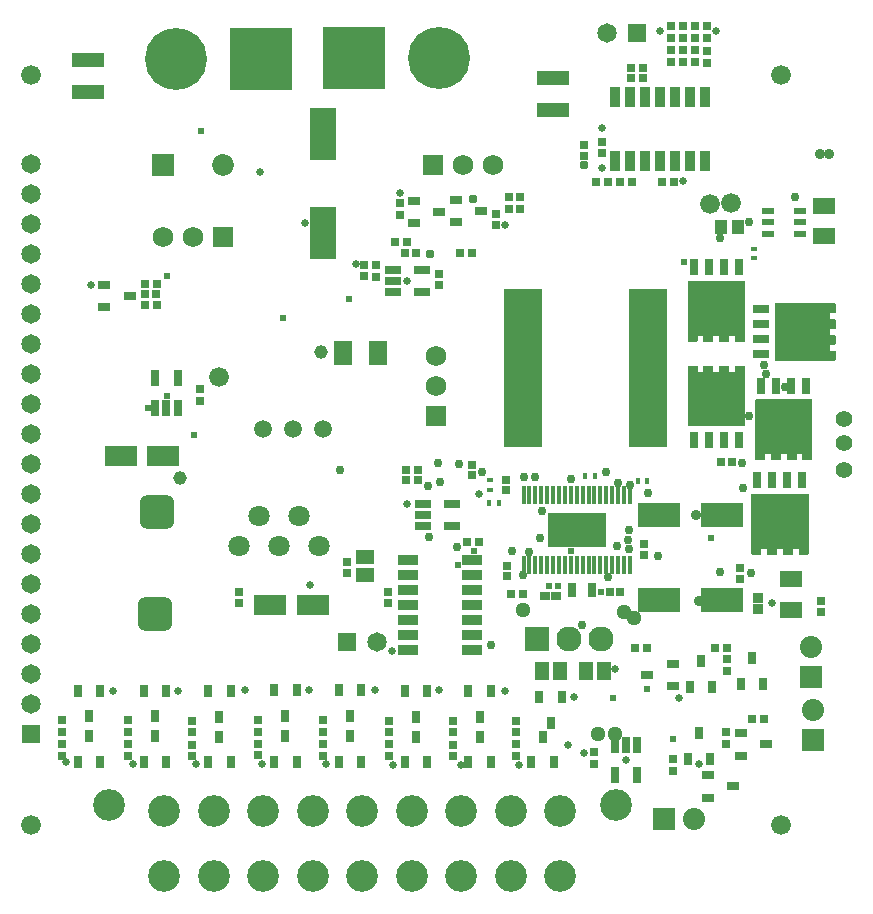
<source format=gts>
G04*
G04 #@! TF.GenerationSoftware,Altium Limited,Altium Designer,19.1.9 (167)*
G04*
G04 Layer_Color=8388736*
%FSLAX25Y25*%
%MOIN*%
G70*
G01*
G75*
%ADD25R,0.04000X0.02200*%
%ADD29R,0.01968X0.01575*%
%ADD45R,0.01575X0.01968*%
%ADD53R,0.13110X0.52559*%
%ADD54R,0.09055X0.17520*%
G04:AMPARAMS|DCode=55|XSize=116.14mil|YSize=116.14mil|CornerRadius=30.51mil|HoleSize=0mil|Usage=FLASHONLY|Rotation=90.000|XOffset=0mil|YOffset=0mil|HoleType=Round|Shape=RoundedRectangle|*
%AMROUNDEDRECTD55*
21,1,0.11614,0.05512,0,0,90.0*
21,1,0.05512,0.11614,0,0,90.0*
1,1,0.06102,0.02756,0.02756*
1,1,0.06102,0.02756,-0.02756*
1,1,0.06102,-0.02756,-0.02756*
1,1,0.06102,-0.02756,0.02756*
%
%ADD55ROUNDEDRECTD55*%
%ADD56R,0.01772X0.06299*%
%ADD57R,0.19291X0.11378*%
%ADD58R,0.14370X0.07874*%
%ADD59R,0.02756X0.02953*%
%ADD60R,0.03150X0.05315*%
%ADD61R,0.05315X0.03150*%
%ADD62R,0.02953X0.02559*%
%ADD63R,0.02559X0.02953*%
%ADD64R,0.07480X0.05315*%
%ADD65R,0.02953X0.02756*%
%ADD66R,0.02756X0.02756*%
%ADD67R,0.02756X0.02756*%
%ADD68R,0.06594X0.03347*%
%ADD69R,0.02953X0.03937*%
%ADD70R,0.02953X0.05315*%
%ADD71R,0.05315X0.02953*%
%ADD72R,0.06496X0.08071*%
%ADD73R,0.04331X0.04724*%
%ADD74R,0.03425X0.03583*%
%ADD75R,0.03189X0.03032*%
%ADD76R,0.03150X0.04724*%
%ADD77R,0.03937X0.02953*%
%ADD78R,0.10827X0.04921*%
%ADD79R,0.10827X0.06890*%
%ADD80R,0.06102X0.04921*%
%ADD81R,0.04921X0.06102*%
%ADD82R,0.03347X0.06594*%
%ADD83C,0.05906*%
%ADD84C,0.07087*%
%ADD85C,0.10591*%
%ADD86C,0.20669*%
%ADD87R,0.20669X0.20669*%
%ADD88C,0.07382*%
%ADD89R,0.07382X0.07382*%
%ADD90R,0.07382X0.07382*%
%ADD91C,0.06496*%
%ADD92R,0.06496X0.06496*%
%ADD93R,0.06496X0.06496*%
%ADD94C,0.06591*%
%ADD95C,0.06890*%
%ADD96R,0.06890X0.06890*%
%ADD97C,0.06890*%
%ADD98R,0.06890X0.06890*%
%ADD99R,0.07284X0.07284*%
%ADD100C,0.07284*%
%ADD101C,0.08386*%
%ADD102R,0.08386X0.08386*%
%ADD103C,0.02591*%
%ADD104C,0.05591*%
%ADD105C,0.02953*%
%ADD106C,0.03091*%
%ADD107C,0.02391*%
%ADD108C,0.05091*%
%ADD109C,0.02559*%
%ADD110C,0.02371*%
%ADD111C,0.03591*%
%ADD112C,0.04591*%
G36*
X262798Y206493D02*
X262843Y206483D01*
X262886Y206465D01*
X262926Y206440D01*
X262961Y206410D01*
X262992Y206375D01*
X263016Y206335D01*
X263034Y206292D01*
X263045Y206247D01*
X263048Y206201D01*
Y188484D01*
Y186516D01*
X263045Y186469D01*
X263034Y186424D01*
X263016Y186381D01*
X262992Y186342D01*
X262961Y186306D01*
X262926Y186276D01*
X262886Y186252D01*
X262843Y186234D01*
X262798Y186223D01*
X262752Y186220D01*
X259996D01*
X259950Y186223D01*
X259905Y186234D01*
X259862Y186252D01*
X259822Y186276D01*
X259787Y186306D01*
X259756Y186342D01*
X259732Y186381D01*
X259714Y186424D01*
X259703Y186469D01*
X259700Y186516D01*
Y188188D01*
X257792D01*
Y186516D01*
X257789Y186469D01*
X257778Y186424D01*
X257760Y186381D01*
X257736Y186342D01*
X257705Y186306D01*
X257670Y186276D01*
X257630Y186252D01*
X257588Y186234D01*
X257542Y186223D01*
X257496Y186220D01*
X254740D01*
X254694Y186223D01*
X254649Y186234D01*
X254606Y186252D01*
X254566Y186276D01*
X254531Y186306D01*
X254501Y186342D01*
X254476Y186381D01*
X254458Y186424D01*
X254448Y186469D01*
X254444Y186516D01*
Y188188D01*
X252556D01*
Y186516D01*
X252552Y186469D01*
X252541Y186424D01*
X252524Y186381D01*
X252500Y186342D01*
X252469Y186306D01*
X252434Y186276D01*
X252394Y186252D01*
X252351Y186234D01*
X252306Y186223D01*
X252260Y186220D01*
X249504D01*
X249458Y186223D01*
X249412Y186234D01*
X249370Y186252D01*
X249330Y186276D01*
X249294Y186306D01*
X249264Y186342D01*
X249240Y186381D01*
X249222Y186424D01*
X249211Y186469D01*
X249208Y186516D01*
Y188188D01*
X247300D01*
Y186516D01*
X247297Y186469D01*
X247286Y186424D01*
X247268Y186381D01*
X247244Y186342D01*
X247213Y186306D01*
X247178Y186276D01*
X247138Y186252D01*
X247095Y186234D01*
X247050Y186223D01*
X247004Y186220D01*
X244248D01*
X244202Y186223D01*
X244157Y186234D01*
X244114Y186252D01*
X244074Y186276D01*
X244039Y186306D01*
X244008Y186342D01*
X243984Y186381D01*
X243966Y186424D01*
X243955Y186469D01*
X243952Y186516D01*
Y188484D01*
Y206201D01*
X243955Y206247D01*
X243966Y206292D01*
X243984Y206335D01*
X244008Y206375D01*
X244039Y206410D01*
X244074Y206440D01*
X244114Y206465D01*
X244157Y206483D01*
X244202Y206493D01*
X244248Y206497D01*
X262752D01*
X262798Y206493D01*
D02*
G37*
G36*
X293031Y199045D02*
X293076Y199034D01*
X293119Y199016D01*
X293158Y198992D01*
X293194Y198961D01*
X293224Y198926D01*
X293248Y198886D01*
X293266Y198844D01*
X293277Y198798D01*
X293280Y198752D01*
Y195996D01*
X293277Y195950D01*
X293266Y195905D01*
X293248Y195862D01*
X293224Y195822D01*
X293194Y195787D01*
X293158Y195756D01*
X293119Y195732D01*
X293076Y195714D01*
X293031Y195703D01*
X292984Y195700D01*
X291312D01*
Y193792D01*
X292984D01*
X293031Y193789D01*
X293076Y193778D01*
X293119Y193760D01*
X293158Y193736D01*
X293194Y193705D01*
X293224Y193670D01*
X293248Y193631D01*
X293266Y193588D01*
X293277Y193542D01*
X293280Y193496D01*
Y190740D01*
X293277Y190694D01*
X293266Y190649D01*
X293248Y190606D01*
X293224Y190566D01*
X293194Y190531D01*
X293158Y190500D01*
X293119Y190476D01*
X293076Y190459D01*
X293031Y190448D01*
X292984Y190444D01*
X291312D01*
Y188556D01*
X292984D01*
X293031Y188552D01*
X293076Y188541D01*
X293119Y188524D01*
X293158Y188499D01*
X293194Y188469D01*
X293224Y188434D01*
X293248Y188394D01*
X293266Y188351D01*
X293277Y188306D01*
X293280Y188260D01*
Y185504D01*
X293277Y185458D01*
X293266Y185412D01*
X293248Y185370D01*
X293224Y185330D01*
X293194Y185294D01*
X293158Y185264D01*
X293119Y185240D01*
X293076Y185222D01*
X293031Y185211D01*
X292984Y185208D01*
X291312D01*
Y183300D01*
X292984D01*
X293031Y183297D01*
X293076Y183286D01*
X293119Y183268D01*
X293158Y183244D01*
X293194Y183213D01*
X293224Y183178D01*
X293248Y183138D01*
X293266Y183096D01*
X293277Y183050D01*
X293280Y183004D01*
Y180248D01*
X293277Y180202D01*
X293266Y180157D01*
X293248Y180114D01*
X293224Y180074D01*
X293194Y180039D01*
X293158Y180008D01*
X293119Y179984D01*
X293076Y179966D01*
X293031Y179955D01*
X292984Y179952D01*
X273299D01*
X273253Y179955D01*
X273208Y179966D01*
X273165Y179984D01*
X273125Y180008D01*
X273090Y180039D01*
X273060Y180074D01*
X273035Y180114D01*
X273018Y180157D01*
X273007Y180202D01*
X273003Y180248D01*
Y198752D01*
X273007Y198798D01*
X273018Y198844D01*
X273035Y198886D01*
X273060Y198926D01*
X273090Y198961D01*
X273125Y198992D01*
X273165Y199016D01*
X273208Y199034D01*
X273253Y199045D01*
X273299Y199048D01*
X292984D01*
X293031Y199045D01*
D02*
G37*
G36*
X262798Y178277D02*
X262843Y178266D01*
X262886Y178248D01*
X262926Y178224D01*
X262961Y178194D01*
X262992Y178158D01*
X263016Y178119D01*
X263034Y178076D01*
X263045Y178031D01*
X263048Y177984D01*
Y176016D01*
Y158299D01*
X263045Y158253D01*
X263034Y158208D01*
X263016Y158165D01*
X262992Y158125D01*
X262961Y158090D01*
X262926Y158060D01*
X262886Y158035D01*
X262843Y158018D01*
X262798Y158007D01*
X262752Y158003D01*
X244248D01*
X244202Y158007D01*
X244157Y158018D01*
X244114Y158035D01*
X244074Y158060D01*
X244039Y158090D01*
X244008Y158125D01*
X243984Y158165D01*
X243966Y158208D01*
X243955Y158253D01*
X243952Y158299D01*
Y176016D01*
D01*
Y177984D01*
X243955Y178031D01*
X243966Y178076D01*
X243984Y178119D01*
X244008Y178158D01*
X244039Y178194D01*
X244074Y178224D01*
X244114Y178248D01*
X244157Y178266D01*
X244202Y178277D01*
X244248Y178280D01*
X247004D01*
X247050Y178277D01*
X247095Y178266D01*
X247138Y178248D01*
X247178Y178224D01*
X247213Y178194D01*
X247244Y178158D01*
X247268Y178119D01*
X247286Y178076D01*
X247297Y178031D01*
X247300Y177984D01*
Y176312D01*
X249208D01*
Y177984D01*
X249211Y178031D01*
X249222Y178076D01*
X249240Y178119D01*
X249264Y178158D01*
X249294Y178194D01*
X249330Y178224D01*
X249370Y178248D01*
X249412Y178266D01*
X249458Y178277D01*
X249504Y178280D01*
X252260D01*
X252306Y178277D01*
X252351Y178266D01*
X252394Y178248D01*
X252434Y178224D01*
X252469Y178194D01*
X252500Y178158D01*
X252524Y178119D01*
X252541Y178076D01*
X252552Y178031D01*
X252556Y177984D01*
Y176312D01*
X254444D01*
Y177984D01*
X254448Y178031D01*
X254458Y178076D01*
X254476Y178119D01*
X254501Y178158D01*
X254531Y178194D01*
X254566Y178224D01*
X254606Y178248D01*
X254649Y178266D01*
X254694Y178277D01*
X254740Y178280D01*
X257496D01*
X257542Y178277D01*
X257588Y178266D01*
X257630Y178248D01*
X257670Y178224D01*
X257705Y178194D01*
X257736Y178158D01*
X257760Y178119D01*
X257778Y178076D01*
X257789Y178031D01*
X257792Y177984D01*
Y176312D01*
X259700D01*
Y177984D01*
X259703Y178031D01*
X259714Y178076D01*
X259732Y178119D01*
X259756Y178158D01*
X259787Y178194D01*
X259822Y178224D01*
X259862Y178248D01*
X259905Y178266D01*
X259950Y178277D01*
X259996Y178280D01*
X262752D01*
X262798Y178277D01*
D02*
G37*
G36*
X285298Y167029D02*
X285344Y167018D01*
X285386Y167000D01*
X285426Y166976D01*
X285461Y166946D01*
X285492Y166910D01*
X285516Y166871D01*
X285534Y166828D01*
X285544Y166782D01*
X285548Y166736D01*
Y149020D01*
Y147051D01*
X285544Y147005D01*
X285534Y146960D01*
X285516Y146917D01*
X285492Y146877D01*
X285461Y146842D01*
X285426Y146812D01*
X285386Y146787D01*
X285344Y146769D01*
X285298Y146759D01*
X285252Y146755D01*
X282496D01*
X282450Y146759D01*
X282404Y146769D01*
X282362Y146787D01*
X282322Y146812D01*
X282287Y146842D01*
X282256Y146877D01*
X282232Y146917D01*
X282214Y146960D01*
X282204Y147005D01*
X282200Y147051D01*
Y148723D01*
X280292D01*
Y147051D01*
X280289Y147005D01*
X280278Y146960D01*
X280260Y146917D01*
X280236Y146877D01*
X280205Y146842D01*
X280170Y146812D01*
X280131Y146787D01*
X280088Y146769D01*
X280042Y146759D01*
X279996Y146755D01*
X277240D01*
X277194Y146759D01*
X277149Y146769D01*
X277106Y146787D01*
X277066Y146812D01*
X277031Y146842D01*
X277000Y146877D01*
X276976Y146917D01*
X276958Y146960D01*
X276948Y147005D01*
X276944Y147051D01*
Y148723D01*
X275056D01*
Y147051D01*
X275052Y147005D01*
X275042Y146960D01*
X275024Y146917D01*
X274999Y146877D01*
X274969Y146842D01*
X274934Y146812D01*
X274894Y146787D01*
X274851Y146769D01*
X274806Y146759D01*
X274760Y146755D01*
X272004D01*
X271958Y146759D01*
X271912Y146769D01*
X271869Y146787D01*
X271830Y146812D01*
X271795Y146842D01*
X271764Y146877D01*
X271740Y146917D01*
X271722Y146960D01*
X271711Y147005D01*
X271708Y147051D01*
Y148723D01*
X269800D01*
Y147051D01*
X269796Y147005D01*
X269786Y146960D01*
X269768Y146917D01*
X269744Y146877D01*
X269713Y146842D01*
X269678Y146812D01*
X269638Y146787D01*
X269596Y146769D01*
X269550Y146759D01*
X269504Y146755D01*
X266748D01*
X266702Y146759D01*
X266656Y146769D01*
X266614Y146787D01*
X266574Y146812D01*
X266539Y146842D01*
X266508Y146877D01*
X266484Y146917D01*
X266466Y146960D01*
X266456Y147005D01*
X266452Y147051D01*
Y149020D01*
Y166736D01*
X266456Y166782D01*
X266466Y166828D01*
X266484Y166871D01*
X266508Y166910D01*
X266539Y166946D01*
X266574Y166976D01*
X266614Y167000D01*
X266656Y167018D01*
X266702Y167029D01*
X266748Y167032D01*
X285252D01*
X285298Y167029D01*
D02*
G37*
G36*
X284038Y135545D02*
X284084Y135534D01*
X284127Y135516D01*
X284166Y135492D01*
X284202Y135461D01*
X284232Y135426D01*
X284256Y135386D01*
X284274Y135344D01*
X284285Y135298D01*
X284288Y135252D01*
Y117535D01*
Y115567D01*
X284285Y115521D01*
X284274Y115475D01*
X284256Y115433D01*
X284232Y115393D01*
X284202Y115357D01*
X284166Y115327D01*
X284127Y115303D01*
X284084Y115285D01*
X284038Y115274D01*
X283992Y115271D01*
X281236D01*
X281190Y115274D01*
X281145Y115285D01*
X281102Y115303D01*
X281062Y115327D01*
X281027Y115357D01*
X280997Y115393D01*
X280972Y115433D01*
X280955Y115475D01*
X280944Y115521D01*
X280940Y115567D01*
Y117239D01*
X279032D01*
Y115567D01*
X279029Y115521D01*
X279018Y115475D01*
X279000Y115433D01*
X278976Y115393D01*
X278946Y115357D01*
X278910Y115327D01*
X278871Y115303D01*
X278828Y115285D01*
X278783Y115274D01*
X278736Y115271D01*
X275980D01*
X275934Y115274D01*
X275889Y115285D01*
X275846Y115303D01*
X275806Y115327D01*
X275771Y115357D01*
X275741Y115393D01*
X275716Y115433D01*
X275699Y115475D01*
X275688Y115521D01*
X275684Y115567D01*
Y117239D01*
X273796D01*
Y115567D01*
X273793Y115521D01*
X273782Y115475D01*
X273764Y115433D01*
X273740Y115393D01*
X273709Y115357D01*
X273674Y115327D01*
X273635Y115303D01*
X273591Y115285D01*
X273546Y115274D01*
X273500Y115271D01*
X270744D01*
X270698Y115274D01*
X270653Y115285D01*
X270610Y115303D01*
X270570Y115327D01*
X270535Y115357D01*
X270504Y115393D01*
X270480Y115433D01*
X270462Y115475D01*
X270452Y115521D01*
X270448Y115567D01*
Y117239D01*
X268540D01*
Y115567D01*
X268537Y115521D01*
X268526Y115475D01*
X268508Y115433D01*
X268484Y115393D01*
X268454Y115357D01*
X268418Y115327D01*
X268379Y115303D01*
X268336Y115285D01*
X268290Y115274D01*
X268244Y115271D01*
X265488D01*
X265442Y115274D01*
X265397Y115285D01*
X265354Y115303D01*
X265314Y115327D01*
X265279Y115357D01*
X265249Y115393D01*
X265224Y115433D01*
X265207Y115475D01*
X265196Y115521D01*
X265192Y115567D01*
Y117535D01*
Y135252D01*
X265196Y135298D01*
X265207Y135344D01*
X265224Y135386D01*
X265249Y135426D01*
X265279Y135461D01*
X265314Y135492D01*
X265354Y135516D01*
X265397Y135534D01*
X265442Y135545D01*
X265488Y135548D01*
X283992D01*
X284038Y135545D01*
D02*
G37*
D25*
X270650Y229740D02*
D03*
Y226000D02*
D03*
Y222260D02*
D03*
X281350D02*
D03*
Y226000D02*
D03*
Y229740D02*
D03*
D29*
X266000Y217185D02*
D03*
Y214035D02*
D03*
X178000Y136925D02*
D03*
Y140075D02*
D03*
D45*
X213075Y141500D02*
D03*
X209925D02*
D03*
X230575Y139872D02*
D03*
X227425D02*
D03*
X177925Y132500D02*
D03*
X181075D02*
D03*
D53*
X230913Y177500D02*
D03*
X189181D02*
D03*
D54*
X122500Y255609D02*
D03*
Y222538D02*
D03*
D55*
X66520Y95571D02*
D03*
X67020Y129429D02*
D03*
D56*
X189284Y111984D02*
D03*
X191252D02*
D03*
X193220D02*
D03*
X195189D02*
D03*
X197158D02*
D03*
X199126D02*
D03*
X201095D02*
D03*
X203063D02*
D03*
X205031D02*
D03*
X207000D02*
D03*
X208968D02*
D03*
X210937D02*
D03*
X212906D02*
D03*
X214874D02*
D03*
X216843D02*
D03*
X218811D02*
D03*
X220779D02*
D03*
X222748D02*
D03*
X224716D02*
D03*
Y135016D02*
D03*
X222748D02*
D03*
X220779D02*
D03*
X218811D02*
D03*
X216843D02*
D03*
X214874D02*
D03*
X212906D02*
D03*
X210937D02*
D03*
X208968D02*
D03*
X207000D02*
D03*
X205031D02*
D03*
X203063D02*
D03*
X201095D02*
D03*
X199126D02*
D03*
X197158D02*
D03*
X195189D02*
D03*
X193220D02*
D03*
X191252D02*
D03*
X189284D02*
D03*
D57*
X207000Y123500D02*
D03*
D58*
X255433Y100000D02*
D03*
X234567D02*
D03*
X255433Y128500D02*
D03*
X234567D02*
D03*
D59*
X150000Y140227D02*
D03*
Y143573D02*
D03*
X154100Y143473D02*
D03*
Y140127D02*
D03*
X171968Y145173D02*
D03*
Y141827D02*
D03*
X183500Y136827D02*
D03*
Y140173D02*
D03*
X288500Y99673D02*
D03*
Y96327D02*
D03*
X261500Y107327D02*
D03*
Y110673D02*
D03*
X183860Y108145D02*
D03*
Y111491D02*
D03*
D60*
X283500Y171658D02*
D03*
X278500D02*
D03*
X273500D02*
D03*
X268500D02*
D03*
X268100Y149535D02*
D03*
X273400D02*
D03*
X278600D02*
D03*
X283900D02*
D03*
X282240Y140173D02*
D03*
X277240D02*
D03*
X272240D02*
D03*
X267240D02*
D03*
X266840Y118051D02*
D03*
X272140D02*
D03*
X277340D02*
D03*
X282640D02*
D03*
X246000Y153378D02*
D03*
X251000D02*
D03*
X256000D02*
D03*
X261000D02*
D03*
X261400Y175500D02*
D03*
X256100D02*
D03*
X250900D02*
D03*
X245600D02*
D03*
X261000Y211122D02*
D03*
X256000D02*
D03*
X251000D02*
D03*
X246000D02*
D03*
X245600Y189000D02*
D03*
X250900D02*
D03*
X256100D02*
D03*
X261400D02*
D03*
D61*
X268378Y197000D02*
D03*
Y192000D02*
D03*
Y187000D02*
D03*
Y182000D02*
D03*
X290500Y181600D02*
D03*
Y186900D02*
D03*
Y192100D02*
D03*
Y197400D02*
D03*
D62*
X153578Y215721D02*
D03*
X149641D02*
D03*
X146531Y219500D02*
D03*
X150469D02*
D03*
X66937Y198350D02*
D03*
X63000D02*
D03*
X225031Y277500D02*
D03*
X228969D02*
D03*
X228969Y274000D02*
D03*
X225031D02*
D03*
X265504Y60500D02*
D03*
X269441D02*
D03*
X213531Y239415D02*
D03*
X217469D02*
D03*
X221532Y239469D02*
D03*
X225468D02*
D03*
X235531Y239634D02*
D03*
X239469D02*
D03*
X256941Y84000D02*
D03*
X253004D02*
D03*
X226532Y84000D02*
D03*
X230469D02*
D03*
X185031Y102000D02*
D03*
X188969D02*
D03*
X168032Y215721D02*
D03*
X171968D02*
D03*
X62968Y202000D02*
D03*
X66905D02*
D03*
X63032Y205500D02*
D03*
X66969D02*
D03*
X170551Y119500D02*
D03*
X174488D02*
D03*
D63*
X161232Y205031D02*
D03*
Y208968D02*
D03*
X140000Y211910D02*
D03*
Y207972D02*
D03*
X136114Y208032D02*
D03*
Y211968D02*
D03*
X188100Y234469D02*
D03*
Y230532D02*
D03*
X180000Y228969D02*
D03*
Y225031D02*
D03*
X148000Y228532D02*
D03*
Y232469D02*
D03*
X130500Y109031D02*
D03*
Y112969D02*
D03*
X94500Y99032D02*
D03*
Y102969D02*
D03*
X246500Y291437D02*
D03*
Y287500D02*
D03*
X242500Y291469D02*
D03*
Y287531D02*
D03*
X209500Y251969D02*
D03*
Y248031D02*
D03*
X256754Y52250D02*
D03*
Y56187D02*
D03*
X250500Y291469D02*
D03*
Y287531D02*
D03*
X238400Y291469D02*
D03*
Y287531D02*
D03*
X215547Y252969D02*
D03*
Y249031D02*
D03*
X81417Y166532D02*
D03*
Y170468D02*
D03*
X239002Y47203D02*
D03*
Y43266D02*
D03*
X257004Y76531D02*
D03*
Y80468D02*
D03*
X212709Y49358D02*
D03*
Y45421D02*
D03*
X186624Y48077D02*
D03*
Y52014D02*
D03*
X186624Y56045D02*
D03*
Y59982D02*
D03*
X165624Y48041D02*
D03*
Y51978D02*
D03*
X165624Y56010D02*
D03*
Y59947D02*
D03*
X144364Y48077D02*
D03*
Y52014D02*
D03*
X144364Y56045D02*
D03*
Y59982D02*
D03*
X122364Y48309D02*
D03*
Y52246D02*
D03*
X122364Y56278D02*
D03*
Y60215D02*
D03*
X100864Y48344D02*
D03*
Y52281D02*
D03*
X100864Y56313D02*
D03*
Y60250D02*
D03*
X78864Y48041D02*
D03*
Y51978D02*
D03*
X78864Y56010D02*
D03*
Y59947D02*
D03*
X57364Y48278D02*
D03*
Y52215D02*
D03*
X57364Y56246D02*
D03*
Y60183D02*
D03*
X35364Y48278D02*
D03*
Y52215D02*
D03*
X35364Y56246D02*
D03*
Y60183D02*
D03*
X184600Y234469D02*
D03*
Y230532D02*
D03*
X144150Y99032D02*
D03*
Y102969D02*
D03*
X246500Y283437D02*
D03*
Y279500D02*
D03*
X242500Y283437D02*
D03*
Y279500D02*
D03*
X250500Y283000D02*
D03*
Y279063D02*
D03*
X238500Y283437D02*
D03*
Y279500D02*
D03*
D64*
X289500Y231618D02*
D03*
Y221382D02*
D03*
X278500Y107118D02*
D03*
Y96882D02*
D03*
D65*
X217991Y102938D02*
D03*
X221337D02*
D03*
D66*
X229563Y118772D02*
D03*
Y115228D02*
D03*
D67*
X255232Y146000D02*
D03*
X258776D02*
D03*
D68*
X172177Y83590D02*
D03*
Y88590D02*
D03*
Y93590D02*
D03*
Y98590D02*
D03*
Y103590D02*
D03*
Y108590D02*
D03*
Y113590D02*
D03*
X150823D02*
D03*
Y108590D02*
D03*
Y103590D02*
D03*
Y98590D02*
D03*
Y93590D02*
D03*
Y88590D02*
D03*
Y83590D02*
D03*
D69*
X195624Y54510D02*
D03*
X199364Y46045D02*
D03*
X191884D02*
D03*
X198274Y59263D02*
D03*
X194534Y67728D02*
D03*
X202014D02*
D03*
X174624Y54474D02*
D03*
X178364Y46010D02*
D03*
X170884D02*
D03*
X174624Y61278D02*
D03*
X170884Y69742D02*
D03*
X178364D02*
D03*
X153364Y54510D02*
D03*
X157104Y46045D02*
D03*
X149624D02*
D03*
X153364Y61313D02*
D03*
X149624Y69778D02*
D03*
X157104D02*
D03*
X131364Y54742D02*
D03*
X135104Y46278D02*
D03*
X127624D02*
D03*
X131364Y61545D02*
D03*
X127624Y70010D02*
D03*
X135104D02*
D03*
X109864Y54778D02*
D03*
X113604Y46313D02*
D03*
X106124D02*
D03*
X109864Y61581D02*
D03*
X106124Y70045D02*
D03*
X113604D02*
D03*
X87864Y54474D02*
D03*
X91604Y46010D02*
D03*
X84124D02*
D03*
X87864Y61278D02*
D03*
X84124Y69742D02*
D03*
X91604D02*
D03*
X66364Y54711D02*
D03*
X70104Y46246D02*
D03*
X62624D02*
D03*
X66364Y61514D02*
D03*
X62624Y69978D02*
D03*
X70104D02*
D03*
X44364Y54711D02*
D03*
X48104Y46246D02*
D03*
X40624D02*
D03*
X44364Y61514D02*
D03*
X40624Y69978D02*
D03*
X48104D02*
D03*
X247764Y55724D02*
D03*
X251504Y47260D02*
D03*
X244024D02*
D03*
X265504Y80732D02*
D03*
X269244Y72268D02*
D03*
X261764D02*
D03*
X248504Y79732D02*
D03*
X252244Y71268D02*
D03*
X244764D02*
D03*
D70*
X66520Y164157D02*
D03*
X70260D02*
D03*
X74000D02*
D03*
Y174000D02*
D03*
X66520D02*
D03*
X227189Y51764D02*
D03*
X223449D02*
D03*
X219709D02*
D03*
Y41921D02*
D03*
X227189D02*
D03*
D71*
X145679Y210272D02*
D03*
Y206532D02*
D03*
Y202791D02*
D03*
X155521D02*
D03*
Y210272D02*
D03*
X155683Y132240D02*
D03*
Y128500D02*
D03*
Y124760D02*
D03*
X165525D02*
D03*
Y132240D02*
D03*
D72*
X140905Y182500D02*
D03*
X129095D02*
D03*
D73*
X260854Y224500D02*
D03*
X255146D02*
D03*
D74*
X267500Y100961D02*
D03*
Y97102D02*
D03*
D75*
X200043Y101500D02*
D03*
X196579D02*
D03*
D76*
X205510Y103500D02*
D03*
X212203D02*
D03*
D77*
X175232Y229750D02*
D03*
X166768Y226010D02*
D03*
Y233490D02*
D03*
X161232Y229500D02*
D03*
X152768Y225760D02*
D03*
Y233240D02*
D03*
X58000Y201500D02*
D03*
X49535Y197760D02*
D03*
Y205240D02*
D03*
X270236Y52000D02*
D03*
X261772Y48260D02*
D03*
Y55740D02*
D03*
X259250Y38016D02*
D03*
X250785Y34276D02*
D03*
Y41756D02*
D03*
X230539Y75240D02*
D03*
X239004Y78980D02*
D03*
Y71500D02*
D03*
D78*
X199000Y274130D02*
D03*
Y263500D02*
D03*
X44000Y280130D02*
D03*
Y269500D02*
D03*
D79*
X104913Y98500D02*
D03*
X119087D02*
D03*
X55000Y148000D02*
D03*
X69173D02*
D03*
D80*
X136500Y114406D02*
D03*
Y108500D02*
D03*
D81*
X215953Y76500D02*
D03*
X210047D02*
D03*
X195500Y76500D02*
D03*
X201406D02*
D03*
D82*
X249700Y267854D02*
D03*
X244700D02*
D03*
X239700D02*
D03*
X234700D02*
D03*
X229700D02*
D03*
X224700D02*
D03*
X219700D02*
D03*
Y246500D02*
D03*
X224700D02*
D03*
X229700D02*
D03*
X234700D02*
D03*
X239700D02*
D03*
X244700D02*
D03*
X249700D02*
D03*
D83*
X102500Y157000D02*
D03*
X112500D02*
D03*
X122500D02*
D03*
D84*
X121198Y118100D02*
D03*
X114498Y128100D02*
D03*
X107797Y118100D02*
D03*
X101096Y128100D02*
D03*
X94395Y118100D02*
D03*
D85*
X220031Y31950D02*
D03*
X51032D02*
D03*
X69532Y29750D02*
D03*
X86032D02*
D03*
X102532D02*
D03*
X152032D02*
D03*
X135531D02*
D03*
X119032D02*
D03*
X201532D02*
D03*
X185031D02*
D03*
X168532D02*
D03*
Y8050D02*
D03*
X185031D02*
D03*
X201532D02*
D03*
X119032D02*
D03*
X135531D02*
D03*
X152032D02*
D03*
X102532D02*
D03*
X86032D02*
D03*
X69532D02*
D03*
D86*
X73466Y280500D02*
D03*
X161024Y280968D02*
D03*
D87*
X101667Y280500D02*
D03*
X132823Y280968D02*
D03*
D88*
X285252Y84567D02*
D03*
X285673Y63496D02*
D03*
X246100Y27150D02*
D03*
D89*
X285252Y74567D02*
D03*
X285673Y53496D02*
D03*
D90*
X236100Y27150D02*
D03*
D91*
X25000Y245500D02*
D03*
Y235500D02*
D03*
Y225500D02*
D03*
Y215500D02*
D03*
Y205500D02*
D03*
Y195500D02*
D03*
Y185500D02*
D03*
Y175500D02*
D03*
Y165500D02*
D03*
Y155500D02*
D03*
Y145500D02*
D03*
Y135500D02*
D03*
Y125500D02*
D03*
Y115500D02*
D03*
Y105500D02*
D03*
Y95500D02*
D03*
Y85500D02*
D03*
Y75500D02*
D03*
Y65500D02*
D03*
X140500Y86000D02*
D03*
X217000Y289000D02*
D03*
D92*
X25000Y55500D02*
D03*
D93*
X130500Y86000D02*
D03*
X227000Y289000D02*
D03*
D94*
X275000Y25000D02*
D03*
X25000D02*
D03*
X275000Y275000D02*
D03*
X25000D02*
D03*
X251300Y232000D02*
D03*
X258500Y232500D02*
D03*
X87834Y174500D02*
D03*
D95*
X160000Y181500D02*
D03*
Y171500D02*
D03*
D96*
Y161500D02*
D03*
D97*
X179000Y245000D02*
D03*
X169000D02*
D03*
X69000Y221000D02*
D03*
X79000D02*
D03*
D98*
X159000Y245000D02*
D03*
X89000Y221000D02*
D03*
D99*
X69000Y245000D02*
D03*
D100*
X89000D02*
D03*
D101*
X215000Y87000D02*
D03*
X204370D02*
D03*
D102*
X193740D02*
D03*
D103*
X80010Y45478D02*
D03*
X145500Y83000D02*
D03*
X272000Y99000D02*
D03*
X242500Y239961D02*
D03*
X219892Y77144D02*
D03*
X174350Y135400D02*
D03*
X123445Y45478D02*
D03*
X145907Y45199D02*
D03*
X168495D02*
D03*
X187676D02*
D03*
X101941Y45478D02*
D03*
X59109D02*
D03*
X36703Y46010D02*
D03*
X204184Y51878D02*
D03*
X209600Y49100D02*
D03*
X241243Y67361D02*
D03*
X223449Y46905D02*
D03*
X150469Y206350D02*
D03*
X215431Y257368D02*
D03*
X101500Y242800D02*
D03*
D104*
X230500Y169600D02*
D03*
X296211Y143500D02*
D03*
Y152500D02*
D03*
Y160584D02*
D03*
D105*
X228000Y154000D02*
D03*
X224700Y138500D02*
D03*
X220765Y139000D02*
D03*
X216900Y142750D02*
D03*
X205031Y140500D02*
D03*
X230800Y135850D02*
D03*
X217558Y107819D02*
D03*
X208689Y91898D02*
D03*
X167050Y117950D02*
D03*
X185400Y116500D02*
D03*
X279750Y234500D02*
D03*
X264500Y226010D02*
D03*
X254751Y220752D02*
D03*
X254740Y109500D02*
D03*
X234250Y114887D02*
D03*
X276500Y171000D02*
D03*
X264433Y161447D02*
D03*
X189300Y141200D02*
D03*
X193050Y141000D02*
D03*
X178558Y85190D02*
D03*
X189076Y108500D02*
D03*
X194750Y120750D02*
D03*
X167850Y145650D02*
D03*
X128000Y143500D02*
D03*
X157500Y138319D02*
D03*
X191252Y116259D02*
D03*
X160604Y145877D02*
D03*
X269500Y178500D02*
D03*
X270000Y175500D02*
D03*
X262232Y145877D02*
D03*
X224500Y117000D02*
D03*
X262500Y137657D02*
D03*
X265000Y109000D02*
D03*
X195500Y129900D02*
D03*
X175391Y142751D02*
D03*
X224000Y120000D02*
D03*
X220500Y118000D02*
D03*
X157614Y121000D02*
D03*
X224500Y123500D02*
D03*
X161461Y139500D02*
D03*
D106*
X189284Y155000D02*
D03*
X158000Y215500D02*
D03*
X172500Y233776D02*
D03*
X209500Y245000D02*
D03*
D107*
X197624Y104914D02*
D03*
X215268Y102800D02*
D03*
X172801Y116500D02*
D03*
X167510Y111787D02*
D03*
X81604Y256500D02*
D03*
X79448Y155174D02*
D03*
X251808Y120825D02*
D03*
X230400Y70500D02*
D03*
X219000Y67350D02*
D03*
X200900Y104950D02*
D03*
X70300Y168300D02*
D03*
X131000Y200413D02*
D03*
X205031Y116419D02*
D03*
X109000Y194000D02*
D03*
X70465Y208000D02*
D03*
X64157Y164157D02*
D03*
X238998Y53734D02*
D03*
D108*
X222658Y96327D02*
D03*
X189000Y96874D02*
D03*
X226139Y94000D02*
D03*
X214000Y55500D02*
D03*
X219700D02*
D03*
D109*
X183246Y69722D02*
D03*
X139787Y70026D02*
D03*
X117727Y70049D02*
D03*
X74130Y69978D02*
D03*
X52509Y69778D02*
D03*
X183207Y225036D02*
D03*
X247764Y45421D02*
D03*
X150469Y132212D02*
D03*
X148000Y235775D02*
D03*
X133409Y212000D02*
D03*
X253514Y289900D02*
D03*
X234900D02*
D03*
X206191Y67928D02*
D03*
X215547Y244000D02*
D03*
X45000Y205240D02*
D03*
X161129Y70055D02*
D03*
X96372D02*
D03*
X116500Y225917D02*
D03*
X118000Y105000D02*
D03*
D110*
X242650Y212764D02*
D03*
D111*
X246766Y128591D02*
D03*
X247731Y99673D02*
D03*
X291016Y248900D02*
D03*
X288100D02*
D03*
D112*
X121847Y182761D02*
D03*
X74700Y140712D02*
D03*
M02*

</source>
